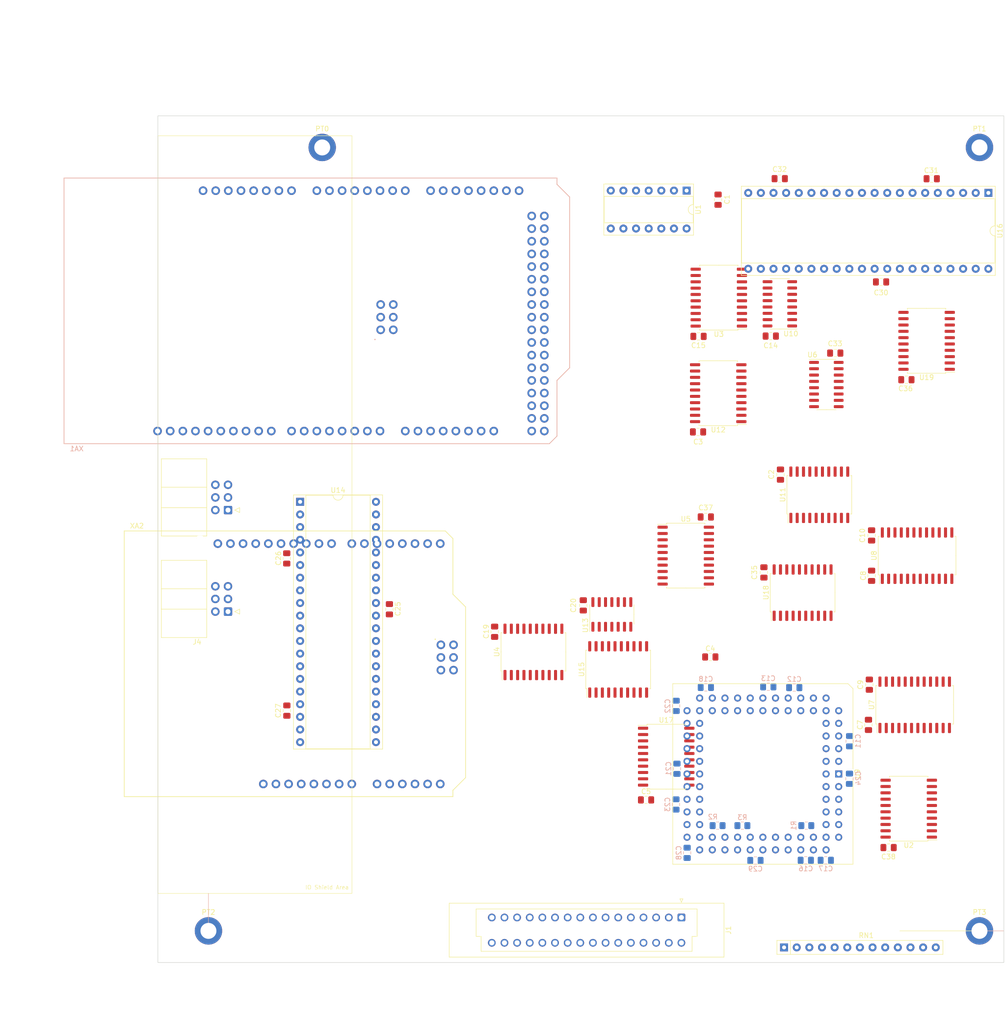
<source format=kicad_pcb>
(kicad_pcb (version 20211014) (generator pcbnew)
  (layers (0 "F.Cu" signal "Front") (1 "In1.Cu" signal) (2 "In2.Cu" signal) (31 "B.Cu" signal "Back") (34 "B.Paste" user) (35 "F.Paste" user) (36 "B.SilkS" user "B.Silkscreen") (37 "F.SilkS" user "F.Silkscreen") (38 "B.Mask" user) (39 "F.Mask" user) (44 "Edge.Cuts" user))
  (net 0 "")
  (net 1 "VCC")
  (net 2 "+5V")
  (net 3 "/i960/i960.~{AS}")
  (net 4 "/i960.BURST_A1")
  (net 5 "/i960.BURST_A2")
  (net 6 "/i960.BURST_A3")
  (net 7 "/i960/i960.~{LOCK}")
  (net 8 "/i960/~{ME_BOOTED}")
  (net 9 "/i960/~{PIC_BOOTED}")
  (net 10 "/i960/~{RESET_INTERMEDIATE}")
  (net 11 "/i960/5V_~{CHIPSET_BOOTED}")
  (net 12 "/i960/5V_~{RESET}")
  (net 13 "/i960/~{RUN_PIC}")
  (net 14 "/i960/i960.~{INT0}")
  (net 15 "/i960/i960.~{INT3}")
  (net 16 "/i960/~{ME_READY}")
  (net 17 "/GCM4.~{DEV_EN0}")
  (net 18 "/GCM4.~{DEV_EN3}")
  (net 19 "GND")
  (net 24 "/i960.A16")
  (net 25 "/i960.A17")
  (net 26 "/i960.A18")
  (net 27 "/i960.A19")
  (net 28 "/i960.A23")
  (net 29 "/i960.A22")
  (net 30 "/i960.A21")
  (net 31 "/i960.A20")
  (net 32 "/i960.A24")
  (net 33 "/i960.A25")
  (net 34 "/i960.A26")
  (net 35 "/i960.A27")
  (net 36 "/i960.A31")
  (net 37 "/i960.A30")
  (net 38 "/i960.A29")
  (net 39 "/i960.A28")
  (net 40 "/i960.~{DEN}")
  (net 41 "/i960.DT\\~{R}")
  (net 42 "/i960.D0")
  (net 43 "/i960.D1")
  (net 44 "/i960.D2")
  (net 45 "/i960.D3")
  (net 46 "/i960.D4")
  (net 47 "/i960.D5")
  (net 48 "/i960.D6")
  (net 49 "/i960.D7")
  (net 50 "/i960.D8")
  (net 51 "/i960.D9")
  (net 52 "/i960.D10")
  (net 53 "/i960.D11")
  (net 54 "/i960.D12")
  (net 55 "/i960.D13")
  (net 56 "/i960.D14")
  (net 57 "/i960.D15")
  (net 58 "CLK2")
  (net 59 "/i960/~{RESET960}")
  (net 60 "/i960/i960.INT1")
  (net 61 "/i960/i960.INT2")
  (net 62 "/i960/i960.HLDA")
  (net 63 "/i960/i960.HOLD")
  (net 64 "/i960/i960.~{BLAST}")
  (net 65 "/i960/ALE")
  (net 66 "/i960/~{READY960}")
  (net 67 "/i960/i960.~{BURST_LAST}")
  (net 68 "/i960/i960.~{IN_TRANSACTION}")
  (net 69 "/i960/i960.~{DO_CYCLE}")
  (net 70 "/i960/i960.~{BOOT_SUCCESSFUL}")
  (net 71 "Net-(U13-Pad5)")
  (net 72 "Net-(U13-Pad9)")
  (net 73 "/i960/~{INT0_IN}")
  (net 74 "/i960/PIC.PC2")
  (net 75 "/i960/UPDI_TXD2")
  (net 76 "/i960/UPDI_RXD2")
  (net 77 "/i960/~{INT1_IN}")
  (net 78 "/i960/PIC.PD2")
  (net 79 "/i960/PIC.PD4")
  (net 80 "/i960/PIC.PD5")
  (net 81 "/i960/PIC.PD6")
  (net 82 "/i960/PIC.PD7")
  (net 83 "/i960/PIC.PE0")
  (net 84 "/i960/PIC.PE1")
  (net 85 "/i960/PIC.PE2")
  (net 86 "/i960/PIC.PE3")
  (net 87 "/i960/~{INT2_IN}")
  (net 88 "/i960/PIC.PF2")
  (net 89 "/i960/UPDI2")
  (net 90 "/i960/~{INT3_IN}")
  (net 91 "/i960/EXT_READY")
  (net 92 "/i960/~{ME_FAIL_IN}")
  (net 93 "/i960/UPDI_TXD")
  (net 94 "/i960/UPDI_RXD")
  (net 95 "/i960/ME.PD7")
  (net 96 "/i960/UPDI")
  (net 97 "/i960/5V_~{READY}")
  (net 98 "/~{RESET_{1}}")
  (net 99 "/SPI_MOSI")
  (net 100 "/SPI_SCK")
  (net 101 "/VIN")
  (net 102 "+3V3")
  (net 103 "/~{RESET_{0}}")
  (net 104 "/BUS.PC23")
  (net 105 "/BUS.PC22")
  (net 106 "/BUS.PB6")
  (net 107 "/BUS.PB7")
  (net 108 "/BUS.PB8")
  (net 109 "/BUS.PB9")
  (net 110 "/MISO")
  (net 111 "/MOSI")
  (net 112 "/SCK")
  (net 113 "/~{CS}")
  (net 114 "/SPI_MISO")
  (net 117 "/GCM4.~{EN}")
  (net 118 "/GCM4.A1")
  (net 119 "/GCM4.A0")
  (net 120 "/GCM4.L12")
  (net 121 "/GCM4.L13")
  (net 122 "/GCM4.L14")
  (net 123 "/GCM4.L15")
  (net 124 "/GCM4.L11")
  (net 125 "/GCM4.L10")
  (net 126 "/GCM4.L9")
  (net 127 "/GCM4.L8")
  (net 128 "/GCM4.L4")
  (net 129 "/GCM4.L5")
  (net 130 "/GCM4.L6")
  (net 131 "/GCM4.L7")
  (net 132 "/GCM4.L3")
  (net 133 "/GCM4.L2")
  (net 134 "/GCM4.L1")
  (net 135 "/GCM4.L0")
  (net 136 "/i960.~{BE1}")
  (net 137 "/i960.~{BE0}")
  (net 138 "/i960.W\\~{R}")
  (net 139 "/i960.~{GOOFY}")
  (net 140 "/i960.~{BURST_LO8}")
  (net 141 "/i960.~{BURST_UP8}")
  (net 142 "/i960.~{BURST16}")
  (net 143 "/i960.~{LAST_LO8}")
  (net 144 "/i960.~{LAST_UP8}")
  (net 145 "/i960.~{LAST16}")
  (net 146 "/GCM4.HLDA")
  (net 147 "/GCM4.CLK2")
  (net 148 "/GCM4.CLK")
  (net 149 "/GCM4.~{BOOT_SUCCESSFUL}")
  (net 150 "/GCM4.~{DO_CYCLE}")
  (net 151 "/GCM4.~{IN_TRANSACTION}")
  (net 152 "/GCM4.~{BURST_LAST}")
  (net 153 "/GCM4.~{CHIPSET_BOOTED}")
  (net 154 "/GCM4.~{RESET960}")
  (net 155 "/GCM4.~{READY}")
  (net 156 "/GCM4.~{INTR0}")
  (net 157 "/GCM4.HOLD")
  (net 158 "/GCM4.~{INTR3}")
  (net 159 "/GCM4.~{INTR2}")
  (net 160 "/GCM4.~{INTR1}")
  (net 161 "/i960/PU0")
  (net 162 "/i960/PU1")
  (net 163 "/i960/i960.~{DEV_EN2}")
  (net 164 "/i960.~{DATA_LINE_EN}")
  (net 165 "/ExtraInputRegister/i960.~{DEV_EN3}")
  (net 166 "/i960/i960.~{DEV_EN0}")
  (net 167 "/i960/i960.~{DEV_EN1}")
  (net 168 "/i960/i960.~{DEV_EN3}")
  (net 169 "/i960.~{LAST_GOOFY}")
  (net 170 "Net-(U13-Pad1)")
  (net 171 "/i960/~{OVERRIDE_READY_SIG}")
  (net 191 "/i960/PU2")
  (net 192 "/i960/PU3")
  (net 193 "Net-(U1-Pad2)")
  (net 194 "/i960.CLK2")
  (net 195 "/i960.CLK")
  (net 197 "/i960/FAIL_SIG")
  (net 198 "Net-(U14-Pad29)")
  (net 199 "/i960/PIC.~{EN_INT0}")
  (net 200 "/i960/PIC.~{EN_INT1}")
  (net 201 "/i960/PIC.~{EN_INT2}")
  (net 202 "/i960/PIC.~{EN_INT3}")
  (net 203 "/i960/PIC.TX")
  (net 204 "/i960/PIC.RX")
  (net 205 "/i960/PIC.PA6")
  (net 206 "/GCM4.USART_ME_TX")
  (net 207 "/GCM4.USART_PIC_TX")
  (net 220 "/i960/ME.RX")
  (net 221 "/i960/ME.TX")
  (net 222 "/i960/ME.PA6")
  (net 235 "/GCM4.USART_PIC_RX")
  (net 236 "/GCM4.USART_ME_RX")
  (net 237 "/UNO.SDA")
  (net 238 "/UNO.SCL")
  (net 241 "/UNO.D13")
  (net 242 "/UNO.D12")
  (net 243 "/UNO.D11")
  (net 244 "/UNO.D10")
  (net 245 "/UNO.D9")
  (net 246 "/UNO.D8")
  (net 247 "/UNO.D7")
  (net 248 "/UNO.D6")
  (net 249 "/UNO.D5")
  (net 250 "/UNO.D4")
  (net 251 "/UNO.D3")
  (net 252 "/UNO.D2")
  (net 253 "/UNO.D1")
  (net 254 "/UNO.D0")
  (net 255 "/AREF")
  (net 256 "/BUS.PB5")
  (net 257 "/BUS.PB4")
  (net 258 "/UNO.A1")
  (net 259 "/UNO.A5")
  (net 260 "/UNO.A4")
  (net 261 "/UNO.A3")
  (net 262 "/UNO.A2")
  (net 263 "/UNO.A0")
  (net 264 "/UNO.A6")
  (footprint "Capacitor_SMD:C_0805_2012Metric_Pad1.18x1.45mm_HandSolder" (layer "F.Cu") (at 98.09816 137.35104)
    (fp_text reference "C5")
    (fp_text value "0.1uF")
  )
  (footprint "Capacitor_SMD:C_0805_2012Metric_Pad1.18x1.45mm_HandSolder" (layer "F.Cu") (at 124.96038 12.61618 180)
    (fp_text reference "C32")
    (fp_text value "0.1uF")
  )
  (footprint "Package_DIP:DIP-14_W7.62mm_Socket" (layer "F.Cu") (at 106.24566 15.00886 -90)
    (fp_text reference "U1")
    (fp_text value "74AHC74")
  )
  (footprint "Arduino_Alarm_Siren:Arduino_Uno_Shield" (layer "F.Cu") (at -6.7564 136.69404)
    (fp_text reference "XA2")
    (fp_text value "Arduino_Uno_Shield")
  )
  (footprint "Package_SO:SOIC-20W_7.5x12.8mm_P1.27mm" (layer "F.Cu") (at 75.46416 107.63504 90)
    (fp_text reference "U4")
    (fp_text value "74AHC245")
  )
  (footprint "Package_LCC:PLCC-84_THT-Socket" (layer "F.Cu") (at 136.81202 132.1435 -90)
    (fp_text reference "U9")
    (fp_text value "i960Sx_PLCC84")
  )
  (footprint "Capacitor_SMD:C_0805_2012Metric_Pad1.18x1.45mm_HandSolder" (layer "F.Cu") (at 111.00816 108.65104)
    (fp_text reference "C4")
    (fp_text value "0.1uF")
  )
  (footprint "Package_DIP:DIP-40_W15.24mm_Socket" (layer "F.Cu") (at 28.58262 77.49794)
    (fp_text reference "U14")
    (fp_text value "ATmega4809-PF")
  )
  (footprint "Capacitor_SMD:C_0805_2012Metric_Pad1.18x1.45mm_HandSolder" (layer "F.Cu") (at 143.4211 84.24418 -90)
    (fp_text reference "C10")
    (fp_text value "0.1uF")
  )
  (footprint "Capacitor_SMD:C_0805_2012Metric_Pad1.18x1.45mm_HandSolder" (layer "F.Cu") (at 125.10516 72.0344 -90)
    (fp_text reference "C2")
    (fp_text value "0.1uF")
  )
  (footprint "MountingHole:MountingHole_3.2mm_M3_ISO14580_Pad" (layer "F.Cu") (at 165.1003 163.65)
    (fp_text reference "PT3")
    (fp_text value "MountingHole")
  )
  (footprint "Package_SO:SOIC-20W_7.5x12.8mm_P1.27mm" (layer "F.Cu") (at 106.0704 88.30564)
    (fp_text reference "U5")
    (fp_text value "74AHC245")
  )
  (footprint "Capacitor_SMD:C_0805_2012Metric_Pad1.18x1.45mm_HandSolder" (layer "F.Cu") (at 142.79118 122.28576 90)
    (fp_text reference "C7")
    (fp_text value "0.1uF")
  )
  (footprint "Package_SO:SOIC-16_3.9x9.9mm_P1.27mm" (layer "F.Cu") (at 124.98324 37.74694 180)
    (fp_text reference "U10")
    (fp_text value "74AHC138")
  )
  (footprint "Package_SO:SOIC-24W_7.5x15.4mm_P1.27mm" (layer "F.Cu") (at 152.07996 118.25986 90)
    (fp_text reference "U7")
    (fp_text value "74LVC8T245")
  )
  (footprint "Package_SO:SOIC-16_3.9x9.9mm_P1.27mm" (layer "F.Cu") (at 134.3279 53.95214)
    (fp_text reference "U6")
    (fp_text value "74AHC139")
  )
  (footprint "MountingHole:MountingHole_3.2mm_M3_ISO14580_Pad" (layer "F.Cu") (at 10.16 163.65)
    (fp_text reference "PT2")
    (fp_text value "MountingHole")
  )
  (footprint "Capacitor_SMD:C_0805_2012Metric_Pad1.18x1.45mm_HandSolder" (layer "F.Cu") (at 143.4211 92.34424 90)
    (fp_text reference "C8")
    (fp_text value "0.1uF")
  )
  (footprint "Resistor_THT:R_Array_SIP13" (layer "F.Cu") (at 125.8343 166.96944)
    (fp_text reference "RN1")
    (fp_text value "R_Network12")
  )
  (footprint "Package_SO:SOIC-20W_7.5x12.8mm_P1.27mm" (layer "F.Cu") (at 132.91058 76.0857 90)
    (fp_text reference "U11")
    (fp_text value "74AHC245")
  )
  (footprint "Package_SO:SOIC-20W_7.5x12.8mm_P1.27mm" (layer "F.Cu") (at 129.55524 95.73514 90)
    (fp_text reference "U18")
    (fp_text value "74AHC573")
  )
  (footprint "Package_SO:SOIC-20W_7.5x12.8mm_P1.27mm" (layer "F.Cu") (at 150.88108 139.10818 180)
    (fp_text reference "U2")
    (fp_text value "74AHC245")
  )
  (footprint "Capacitor_SMD:C_0805_2012Metric_Pad1.18x1.45mm_HandSolder" (layer "F.Cu") (at 112.56772 16.83258 90)
    (fp_text reference "C1")
    (fp_text value "0.1uF")
  )
  (footprint "Capacitor_SMD:C_0805_2012Metric_Pad1.18x1.45mm_HandSolder" (layer "F.Cu") (at 110.10392 80.5434 180)
    (fp_text reference "C37")
    (fp_text value "0.1uF")
  )
  (footprint "Capacitor_SMD:C_0805_2012Metric_Pad1.18x1.45mm_HandSolder" (layer "F.Cu") (at 108.64088 44.28236)
    (fp_text reference "C15")
    (fp_text value "0.1uF")
  )
  (footprint "Capacitor_SMD:C_0805_2012Metric_Pad1.18x1.45mm_HandSolder" (layer "F.Cu") (at 25.91816 119.42318 -90)
    (fp_text reference "C27")
    (fp_text value "0.1uF")
  )
  (footprint "Capacitor_SMD:C_0805_2012Metric_Pad1.18x1.45mm_HandSolder" (layer "F.Cu") (at 67.67144 103.58504 -90)
    (fp_text reference "C19")
    (fp_text value "0.1uF")
  )
  (footprint "Package_SO:SOIC-20W_7.5x12.8mm_P1.27mm" (layer "F.Cu") (at 112.71758 36.50234 180)
    (fp_text reference "U3")
    (fp_text value "74AHC245")
  )
  (footprint "Connector_DIN:DIN41612_C2_2x16_Female_Vertical_THT" (layer "F.Cu") (at 105.20426 160.96234 -90)
    (fp_text reference "J1")
    (fp_text value "DIN41612_02x16_AC")
  )
  (footprint "Package_SO:SOIC-20W_7.5x12.8mm_P1.27mm" (layer "F.Cu") (at 154.47518 45.1739 180)
    (fp_text reference "U19")
    (fp_text value "74AHC573")
  )
  (footprint "Capacitor_SMD:C_0805_2012Metric_Pad1.18x1.45mm_HandSolder" (layer "F.Cu") (at 142.96644 114.2111 -90)
    (fp_text reference "C9")
    (fp_text value "0.1uF")
  )
  (footprint "Capacitor_SMD:C_0805_2012Metric_Pad1.18x1.45mm_HandSolder" (layer "F.Cu") (at 146.83486 146.92122)
    (fp_text reference "C38")
    (fp_text value "0.1uF")
  )
  (footprint "Capacitor_SMD:C_0805_2012Metric_Pad1.18x1.45mm_HandSolder" (layer "F.Cu") (at 150.41118 52.98186)
    (fp_text reference "C36")
    (fp_text value "0.1uF")
  )
  (footprint "Capacitor_SMD:C_0805_2012Metric_Pad1.18x1.45mm_HandSolder" (layer "F.Cu") (at 46.52518 99.07016 90)
    (fp_text reference "C25")
    (fp_text value "0.1uF")
  )
  (footprint "Capacitor_SMD:C_0805_2012Metric_Pad1.18x1.45mm_HandSolder" (layer "F.Cu") (at 123.15952 44.2214)
    (fp_text reference "C14")
    (fp_text value "0.1uF")
  )
  (footprint "Package_SO:SOIC-14_3.9x8.7mm_P1.27mm" (layer "F.Cu") (at 91.2241 100.10902 90)
    (fp_text reference "U13")
    (fp_text value "74AHC04")
  )
  (footprint "Package_DIP:DIP-40_W15.24mm_Socket" (layer "F.Cu") (at 166.88824 15.47376 -90)
    (fp_text reference "U16")
    (fp_text value "ATmega4809-PF")
  )
  (footprint "Package_SO:SOIC-20W_7.5x12.8mm_P1.27mm" (layer "F.Cu") (at 112.60074 55.68696 180)
    (fp_text reference "U12")
    (fp_text value "74AHC245")
  )
  (footprint "Capacitor_SMD:C_0805_2012Metric_Pad1.18x1.45mm_HandSolder" (layer "F.Cu") (at 155.50388 12.62888 180)
    (fp_text reference "C31")
    (fp_text value "0.1uF")
  )
  (footprint "Capacitor_SMD:C_0805_2012Metric_Pad1.18x1.45mm_HandSolder" (layer "F.Cu") (at 121.78284 91.67622 -90)
    (fp_text reference "C35")
    (fp_text value "0.1uF")
  )
  (footprint "Capacitor_SMD:C_0805_2012Metric_Pad1.18x1.45mm_HandSolder" (layer "F.Cu") (at 136.11606 47.6377 180)
    (fp_text reference "C33")
    (fp_text value "0.1uF")
  )
  (footprint "MountingHole:MountingHole_3.2mm_M3_ISO14580_Pad" (layer "F.Cu") (at 33.02 6.35)
    (fp_text reference "PT0")
    (fp_text value "MountingHole")
  )
  (footprint "Capacitor_SMD:C_0805_2012Metric_Pad1.18x1.45mm_HandSolder" (layer "F.Cu") (at 25.8953 88.8619 -90)
    (fp_text reference "C26")
    (fp_text value "0.1uF")
  )
  (footprint "Capacitor_SMD:C_0805_2012Metric_Pad1.18x1.45mm_HandSolder" (layer "F.Cu") (at 145.32356 33.3502)
    (fp_text reference "C30")
    (fp_text value "0.1uF")
  )
  (footprint "Package_SO:SOIC-20W_7.5x12.8mm_P1.27mm" (layer "F.Cu") (at 92.4941 111.15548 90)
    (fp_text reference "U15")
    (fp_text value "74AHC245")
  )
  (footprint "Capacitor_SMD:C_0805_2012Metric_Pad1.18x1.45mm_HandSolder" (layer "F.Cu") (at 108.54436 63.46444)
    (fp_text reference "C3")
    (fp_text value "0.1uF")
  )
  (footprint "MountingHole:MountingHole_3.2mm_M3_ISO14580_Pad" (layer "F.Cu") (at 165.1003 6.35)
    (fp_text reference "PT1")
    (fp_text value "MountingHole")
  )
  (footprint "Package_SO:SOIC-24W_7.5x15.4mm_P1.27mm" (layer "F.Cu") (at 152.56002 88.30564 90)
    (fp_text reference "U8")
    (fp_text value "74LVC8T245")
  )
  (footprint "Capacitor_SMD:C_0805_2012Metric_Pad1.18x1.45mm_HandSolder" (layer "F.Cu") (at 85.48116 98.29038 -90)
    (fp_text reference "C20")
    (fp_text value "0.1uF")
  )
  (footprint "Connector_IDC:IDC-Header_2x03_P2.54mm_Horizontal" (layer "F.Cu") (at 14.08966 79.15902 180)
    (fp_text reference "J5")
    (fp_text value "Conn_02x03_Odd_Even")
  )
  (footprint "Package_SO:SOIC-20W_7.5x12.8mm_P1.27mm" (layer "F.Cu") (at 102.14816 128.67104)
    (fp_text reference "U17")
    (fp_text value "74AHC245")
  )
  (footprint "Connector_IDC:IDC-Header_2x03_P2.54mm_Horizontal" (layer "F.Cu") (at 14.08966 99.54252 180)
    (fp_text reference "J4")
    (fp_text value "Conn_02x03_Odd_Even")
  )
  (footprint "Capacitor_SMD:C_0805_2012Metric_Pad1.18x1.45mm_HandSolder" (layer "B.Cu") (at 134.2136 149.48154)
    (fp_text reference "C17")
    (fp_text value "0.1uF")
  )
  (footprint "Resistor_SMD:R_0805_2012Metric_Pad1.20x1.40mm_HandSolder" (layer "B.Cu") (at 112.4712 142.51432 180)
    (fp_text reference "R2")
    (fp_text value "10k")
  )
  (footprint "Capacitor_SMD:C_0805_2012Metric_Pad1.18x1.45mm_HandSolder" (layer "B.Cu") (at 139.00658 125.56236 90)
    (fp_text reference "C11")
    (fp_text value "0.1uF")
  )
  (footprint "Resistor_SMD:R_0805_2012Metric_Pad1.20x1.40mm_HandSolder" (layer "B.Cu") (at 117.45976 142.51432 180)
    (fp_text reference "R3")
    (fp_text value "10k")
  )
  (footprint "Capacitor_SMD:C_0805_2012Metric_Pad1.18x1.45mm_HandSolder" (layer "B.Cu") (at 110.11154 114.76228 180)
    (fp_text reference "C18")
    (fp_text value "0.1uF")
  )
  (footprint "Arduino_Alarm_Siren:Arduino_Mega2560_Shield" (layer "B.Cu") (at -18.86204 12.48778)
    (fp_text reference "XA1")
    (fp_text value "Adafruit Grand Central M4")
  )
  (footprint "Capacitor_SMD:C_0805_2012Metric_Pad1.18x1.45mm_HandSolder" (layer "B.Cu") (at 104.30764 131.09448 -90)
    (fp_text reference "C21")
    (fp_text value "0.1uF")
  )
  (footprint "Capacitor_SMD:C_0805_2012Metric_Pad1.18x1.45mm_HandSolder" (layer "B.Cu") (at 104.14 118.46814 90)
    (fp_text reference "C22")
    (fp_text value "0.1uF")
  )
  (footprint "Capacitor_SMD:C_0805_2012Metric_Pad1.18x1.45mm_HandSolder" (layer "B.Cu") (at 106.3498 147.97786 -90)
    (fp_text reference "C28")
    (fp_text value "0.1uF")
  )
  (footprint "Capacitor_SMD:C_0805_2012Metric_Pad1.18x1.45mm_HandSolder" (layer "B.Cu") (at 120.0785 149.51456)
    (fp_text reference "C29")
    (fp_text value "0.1uF")
  )
  (footprint "Capacitor_SMD:C_0805_2012Metric_Pad1.18x1.45mm_HandSolder" (layer "B.Cu") (at 130.19668 149.479)
    (fp_text reference "C16")
    (fp_text value "0.1uF")
  )
  (footprint "Capacitor_SMD:C_0805_2012Metric_Pad1.18x1.45mm_HandSolder" (layer "B.Cu") (at 122.66168 114.63528 180)
    (fp_text reference "C13")
    (fp_text value "0.1uF")
  )
  (footprint "Resistor_SMD:R_0805_2012Metric_Pad1.20x1.40mm_HandSolder" (layer "B.Cu") (at 130.30454 142.51432)
    (fp_text reference "R1")
    (fp_text value "910")
  )
  (footprint "Capacitor_SMD:C_0805_2012Metric_Pad1.18x1.45mm_HandSolder" (layer "B.Cu") (at 104.09682 138.2649 -90)
    (fp_text reference "C23")
    (fp_text value "0.1uF")
  )
  (footprint "Capacitor_SMD:C_0805_2012Metric_Pad1.18x1.45mm_HandSolder" (layer "B.Cu") (at 127.87884 114.79276 180)
    (fp_text reference "C12")
    (fp_text value "0.1uF")
  )
  (footprint "Capacitor_SMD:C_0805_2012Metric_Pad1.18x1.45mm_HandSolder" (layer "B.Cu") (at 138.9761 133.0999 -90)
    (fp_text reference "C24")
    (fp_text value "0.1uF")
  )
  (gr_line (start 10.16 163.65) (end 10.16 156.13) (layer "B.SilkS") (width 0.1))
  (gr_line locked (start 165.1003 163.65) (end 170 163.65) (layer "B.SilkS") (width 0.1))
  (gr_rect (start 0 4) (end 39 156.13) (layer "F.SilkS") (width 0.1) (fill none))
  (gr_line locked (start 149.1003 163.65) (end 165.1003 163.65) (layer "F.SilkS") (width 0.1))
  (gr_rect (start 0 0) (end 170 170) (layer "Edge.Cuts") (width 0.1) (fill none))
  (gr_text "IO Shield Area" (at 33.9979 154.90952) (layer "F.SilkS") (effects (font (size 0.8 0.8) (thickness 0.1))))
)
</source>
